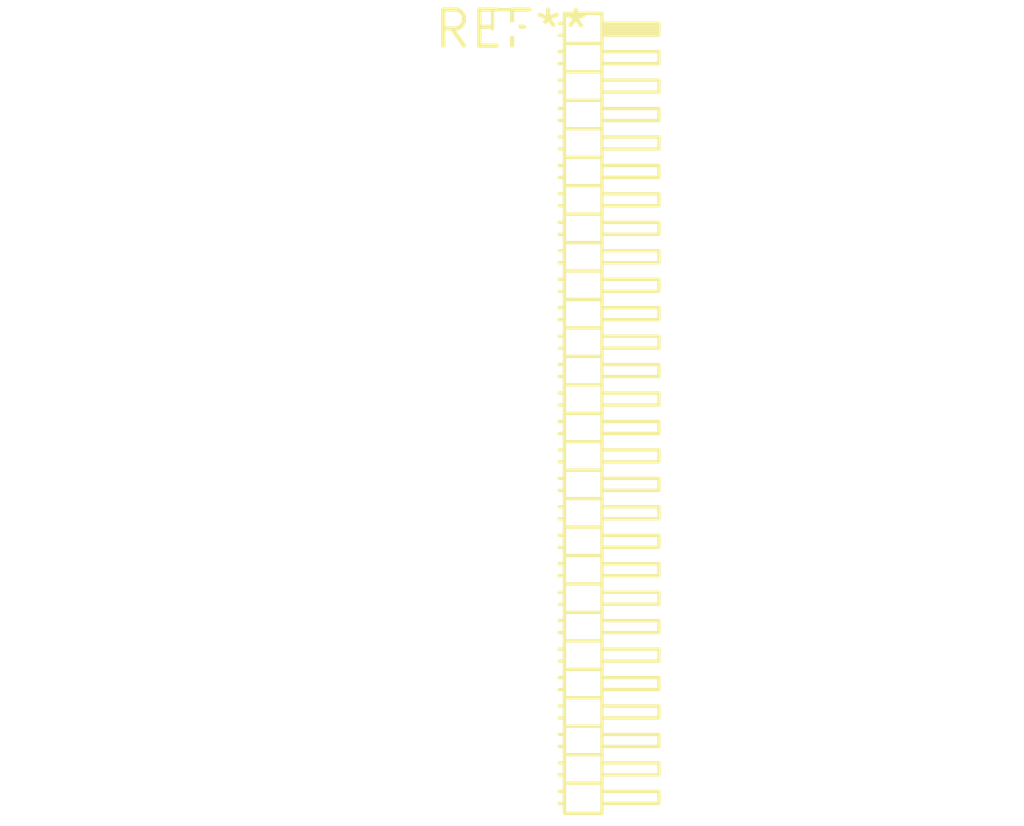
<source format=kicad_pcb>
(kicad_pcb (version 20240108) (generator pcbnew)
  (layers (0 "F.Cu" signal) (31 "B.Cu" signal) (34 "B.Paste" user) (35 "F.Paste" user) (36 "B.SilkS" user "B.Silkscreen") (37 "F.SilkS" user "F.Silkscreen") (38 "B.Mask" user) (39 "F.Mask" user) (44 "Edge.Cuts" user))
  (net 0 "")
  (footprint "PinHeader_2x28_P1.00mm_Horizontal" (layer "F.Cu") (at 0 0)
    (property "Reference" "REF**")
    (property "Value" "PinHeader_2x28_P1.00mm_Horizontal")
    (fp_line (start -0.685 -0.685) (end 0 -0.685) (layer "F.SilkS") (stroke (width 0.12)))
    (fp_line (start -0.685 0) (end -0.685 -0.685) (layer "F.SilkS") (stroke (width 0.12)))
    (fp_line (start 1.652016 -0.21) (end 1.84 -0.21) (layer "F.SilkS") (stroke (width 0.12)))
    (fp_line (start 1.652016 0.21) (end 1.84 0.21) (layer "F.SilkS") (stroke (width 0.12)))
    (fp_line (start 1.652016 0.79) (end 1.84 0.79) (layer "F.SilkS") (stroke (width 0.12)))
    (fp_line (start 1.652016 1.21) (end 1.84 1.21) (layer "F.SilkS") (stroke (width 0.12)))
    (fp_line (start 1.652016 1.79) (end 1.84 1.79) (layer "F.SilkS") (stroke (width 0.12)))
    (fp_line (start 1.652016 2.21) (end 1.84 2.21) (layer "F.SilkS") (stroke (width 0.12)))
    (fp_line (start 1.652016 2.79) (end 1.84 2.79) (layer "F.SilkS") (stroke (width 0.12)))
    (fp_line (start 1.652016 3.21) (end 1.84 3.21) (layer "F.SilkS") (stroke (width 0.12)))
    (fp_line (start 1.652016 3.79) (end 1.84 3.79) (layer "F.SilkS") (stroke (width 0.12)))
    (fp_line (start 1.652016 4.21) (end 1.84 4.21) (layer "F.SilkS") (stroke (width 0.12)))
    (fp_line (start 1.652016 4.79) (end 1.84 4.79) (layer "F.SilkS") (stroke (width 0.12)))
    (fp_line (start 1.652016 5.21) (end 1.84 5.21) (layer "F.SilkS") (stroke (width 0.12)))
    (fp_line (start 1.652016 5.79) (end 1.84 5.79) (layer "F.SilkS") (stroke (width 0.12)))
    (fp_line (start 1.652016 6.21) (end 1.84 6.21) (layer "F.SilkS") (stroke (width 0.12)))
    (fp_line (start 1.652016 6.79) (end 1.84 6.79) (layer "F.SilkS") (stroke (width 0.12)))
    (fp_line (start 1.652016 7.21) (end 1.84 7.21) (layer "F.SilkS") (stroke (width 0.12)))
    (fp_line (start 1.652016 7.79) (end 1.84 7.79) (layer "F.SilkS") (stroke (width 0.12)))
    (fp_line (start 1.652016 8.21) (end 1.84 8.21) (layer "F.SilkS") (stroke (width 0.12)))
    (fp_line (start 1.652016 8.79) (end 1.84 8.79) (layer "F.SilkS") (stroke (width 0.12)))
    (fp_line (start 1.652016 9.21) (end 1.84 9.21) (layer "F.SilkS") (stroke (width 0.12)))
    (fp_line (start 1.652016 9.79) (end 1.84 9.79) (layer "F.SilkS") (stroke (width 0.12)))
    (fp_line (start 1.652016 10.21) (end 1.84 10.21) (layer "F.SilkS") (stroke (width 0.12)))
    (fp_line (start 1.652016 10.79) (end 1.84 10.79) (layer "F.SilkS") (stroke (width 0.12)))
    (fp_line (start 1.652016 11.21) (end 1.84 11.21) (layer "F.SilkS") (stroke (width 0.12)))
    (fp_line (start 1.652016 11.79) (end 1.84 11.79) (layer "F.SilkS") (stroke (width 0.12)))
    (fp_line (start 1.652016 12.21) (end 1.84 12.21) (layer "F.SilkS") (stroke (width 0.12)))
    (fp_line (start 1.652016 12.79) (end 1.84 12.79) (layer "F.SilkS") (stroke (width 0.12)))
    (fp_line (start 1.652016 13.21) (end 1.84 13.21) (layer "F.SilkS") (stroke (width 0.12)))
    (fp_line (start 1.652016 13.79) (end 1.84 13.79) (layer "F.SilkS") (stroke (width 0.12)))
    (fp_line (start 1.652016 14.21) (end 1.84 14.21) (layer "F.SilkS") (stroke (width 0.12)))
    (fp_line (start 1.652016 14.79) (end 1.84 14.79) (layer "F.SilkS") (stroke (width 0.12)))
    (fp_line (start 1.652016 15.21) (end 1.84 15.21) (layer "F.SilkS") (stroke (width 0.12)))
    (fp_line (start 1.652016 15.79) (end 1.84 15.79) (layer "F.SilkS") (stroke (width 0.12)))
    (fp_line (start 1.652016 16.21) (end 1.84 16.21) (layer "F.SilkS") (stroke (width 0.12)))
    (fp_line (start 1.652016 16.79) (end 1.84 16.79) (layer "F.SilkS") (stroke (width 0.12)))
    (fp_line (start 1.652016 17.21) (end 1.84 17.21) (layer "F.SilkS") (stroke (width 0.12)))
    (fp_line (start 1.652016 17.79) (end 1.84 17.79) (layer "F.SilkS") (stroke (width 0.12)))
    (fp_line (start 1.652016 18.21) (end 1.84 18.21) (layer "F.SilkS") (stroke (width 0.12)))
    (fp_line (start 1.652016 18.79) (end 1.84 18.79) (layer "F.SilkS") (stroke (width 0.12)))
    (fp_line (start 1.652016 19.21) (end 1.84 19.21) (layer "F.SilkS") (stroke (width 0.12)))
    (fp_line (start 1.652016 19.79) (end 1.84 19.79) (layer "F.SilkS") (stroke (width 0.12)))
    (fp_line (start 1.652016 20.21) (end 1.84 20.21) (layer "F.SilkS") (stroke (width 0.12)))
    (fp_line (start 1.652016 20.79) (end 1.84 20.79) (layer "F.SilkS") (stroke (width 0.12)))
    (fp_line (start 1.652016 21.21) (end 1.84 21.21) (layer "F.SilkS") (stroke (width 0.12)))
    (fp_line (start 1.652016 21.79) (end 1.84 21.79) (layer "F.SilkS") (stroke (width 0.12)))
    (fp_line (start 1.652016 22.21) (end 1.84 22.21) (layer "F.SilkS") (stroke (width 0.12)))
    (fp_line (start 1.652016 22.79) (end 1.84 22.79) (layer "F.SilkS") (stroke (width 0.12)))
    (fp_line (start 1.652016 23.21) (end 1.84 23.21) (layer "F.SilkS") (stroke (width 0.12)))
    (fp_line (start 1.652016 23.79) (end 1.84 23.79) (layer "F.SilkS") (stroke (width 0.12)))
    (fp_line (start 1.652016 24.21) (end 1.84 24.21) (layer "F.SilkS") (stroke (width 0.12)))
    (fp_line (start 1.652016 24.79) (end 1.84 24.79) (layer "F.SilkS") (stroke (width 0.12)))
    (fp_line (start 1.652016 25.21) (end 1.84 25.21) (layer "F.SilkS") (stroke (width 0.12)))
    (fp_line (start 1.652016 25.79) (end 1.84 25.79) (layer "F.SilkS") (stroke (width 0.12)))
    (fp_line (start 1.652016 26.21) (end 1.84 26.21) (layer "F.SilkS") (stroke (width 0.12)))
    (fp_line (start 1.652016 26.79) (end 1.84 26.79) (layer "F.SilkS") (stroke (width 0.12)))
    (fp_line (start 1.652016 27.21) (end 1.84 27.21) (layer "F.SilkS") (stroke (width 0.12)))
    (fp_line (start 1.84 -0.56) (end 1.84 27.56) (layer "F.SilkS") (stroke (width 0.12)))
    (fp_line (start 1.84 0.5) (end 3.16 0.5) (layer "F.SilkS") (stroke (width 0.12)))
    (fp_line (start 1.84 1.5) (end 3.16 1.5) (layer "F.SilkS") (stroke (width 0.12)))
    (fp_line (start 1.84 2.5) (end 3.16 2.5) (layer "F.SilkS") (stroke (width 0.12)))
    (fp_line (start 1.84 3.5) (end 3.16 3.5) (layer "F.SilkS") (stroke (width 0.12)))
    (fp_line (start 1.84 4.5) (end 3.16 4.5) (layer "F.SilkS") (stroke (width 0.12)))
    (fp_line (start 1.84 5.5) (end 3.16 5.5) (layer "F.SilkS") (stroke (width 0.12)))
    (fp_line (start 1.84 6.5) (end 3.16 6.5) (layer "F.SilkS") (stroke (width 0.12)))
    (fp_line (start 1.84 7.5) (end 3.16 7.5) (layer "F.SilkS") (stroke (width 0.12)))
    (fp_line (start 1.84 8.5) (end 3.16 8.5) (layer "F.SilkS") (stroke (width 0.12)))
    (fp_line (start 1.84 9.5) (end 3.16 9.5) (layer "F.SilkS") (stroke (width 0.12)))
    (fp_line (start 1.84 10.5) (end 3.16 10.5) (layer "F.SilkS") (stroke (width 0.12)))
    (fp_line (start 1.84 11.5) (end 3.16 11.5) (layer "F.SilkS") (stroke (width 0.12)))
    (fp_line (start 1.84 12.5) (end 3.16 12.5) (layer "F.SilkS") (stroke (width 0.12)))
    (fp_line (start 1.84 13.5) (end 3.16 13.5) (layer "F.SilkS") (stroke (width 0.12)))
    (fp_line (start 1.84 14.5) (end 3.16 14.5) (layer "F.SilkS") (stroke (width 0.12)))
    (fp_line (start 1.84 15.5) (end 3.16 15.5) (layer "F.SilkS") (stroke (width 0.12)))
    (fp_line (start 1.84 16.5) (end 3.16 16.5) (layer "F.SilkS") (stroke (width 0.12)))
    (fp_line (start 1.84 17.5) (end 3.16 17.5) (layer "F.SilkS") (stroke (width 0.12)))
    (fp_line (start 1.84 18.5) (end 3.16 18.5) (layer "F.SilkS") (stroke (width 0.12)))
    (fp_line (start 1.84 19.5) (end 3.16 19.5) (layer "F.SilkS") (stroke (width 0.12)))
    (fp_line (start 1.84 20.5) (end 3.16 20.5) (layer "F.SilkS") (stroke (width 0.12)))
    (fp_line (start 1.84 21.5) (end 3.16 21.5) (layer "F.SilkS") (stroke (width 0.12)))
    (fp_line (start 1.84 22.5) (end 3.16 22.5) (layer "F.SilkS") (stroke (width 0.12)))
    (fp_line (start 1.84 23.5) (end 3.16 23.5) (layer "F.SilkS") (stroke (width 0.12)))
    (fp_line (start 1.84 24.5) (end 3.16 24.5) (layer "F.SilkS") (stroke (width 0.12)))
    (fp_line (start 1.84 25.5) (end 3.16 25.5) (layer "F.SilkS") (stroke (width 0.12)))
    (fp_line (start 1.84 26.5) (end 3.16 26.5) (layer "F.SilkS") (stroke (width 0.12)))
    (fp_line (start 1.84 27.56) (end 3.16 27.56) (layer "F.SilkS") (stroke (width 0.12)))
    (fp_line (start 3.16 -0.56) (end 1.84 -0.56) (layer "F.SilkS") (stroke (width 0.12)))
    (fp_line (start 3.16 -0.21) (end 5.16 -0.21) (layer "F.SilkS") (stroke (width 0.12)))
    (fp_line (start 3.16 -0.15) (end 5.16 -0.15) (layer "F.SilkS") (stroke (width 0.12)))
    (fp_line (start 3.16 -0.03) (end 5.16 -0.03) (layer "F.SilkS") (stroke (width 0.12)))
    (fp_line (start 3.16 0.09) (end 5.16 0.09) (layer "F.SilkS") (stroke (width 0.12)))
    (fp_line (start 3.16 0.79) (end 5.16 0.79) (layer "F.SilkS") (stroke (width 0.12)))
    (fp_line (start 3.16 1.79) (end 5.16 1.79) (layer "F.SilkS") (stroke (width 0.12)))
    (fp_line (start 3.16 2.79) (end 5.16 2.79) (layer "F.SilkS") (stroke (width 0.12)))
    (fp_line (start 3.16 3.79) (end 5.16 3.79) (layer "F.SilkS") (stroke (width 0.12)))
    (fp_line (start 3.16 4.79) (end 5.16 4.79) (layer "F.SilkS") (stroke (width 0.12)))
    (fp_line (start 3.16 5.79) (end 5.16 5.79) (layer "F.SilkS") (stroke (width 0.12)))
    (fp_line (start 3.16 6.79) (end 5.16 6.79) (layer "F.SilkS") (stroke (width 0.12)))
    (fp_line (start 3.16 7.79) (end 5.16 7.79) (layer "F.SilkS") (stroke (width 0.12)))
    (fp_line (start 3.16 8.79) (end 5.16 8.79) (layer "F.SilkS") (stroke (width 0.12)))
    (fp_line (start 3.16 9.79) (end 5.16 9.79) (layer "F.SilkS") (stroke (width 0.12)))
    (fp_line (start 3.16 10.79) (end 5.16 10.79) (layer "F.SilkS") (stroke (width 0.12)))
    (fp_line (start 3.16 11.79) (end 5.16 11.79) (layer "F.SilkS") (stroke (width 0.12)))
    (fp_line (start 3.16 12.79) (end 5.16 12.79) (layer "F.SilkS") (stroke (width 0.12)))
    (fp_line (start 3.16 13.79) (end 5.16 13.79) (layer "F.SilkS") (stroke (width 0.12)))
    (fp_line (start 3.16 14.79) (end 5.16 14.79) (layer "F.SilkS") (stroke (width 0.12)))
    (fp_line (start 3.16 15.79) (end 5.16 15.79) (layer "F.SilkS") (stroke (width 0.12)))
    (fp_line (start 3.16 16.79) (end 5.16 16.79) (layer "F.SilkS") (stroke (width 0.12)))
    (fp_line (start 3.16 17.79) (end 5.16 17.79) (layer "F.SilkS") (stroke (width 0.12)))
    (fp_line (start 3.16 18.79) (end 5.16 18.79) (layer "F.SilkS") (stroke (width 0.12)))
    (fp_line (start 3.16 19.79) (end 5.16 19.79) (layer "F.SilkS") (stroke (width 0.12)))
    (fp_line (start 3.16 20.79) (end 5.16 20.79) (layer "F.SilkS") (stroke (width 0.12)))
    (fp_line (start 3.16 21.79) (end 5.16 21.79) (layer "F.SilkS") (stroke (width 0.12)))
    (fp_line (start 3.16 22.79) (end 5.16 22.79) (layer "F.SilkS") (stroke (width 0.12)))
    (fp_line (start 3.16 23.79) (end 5.16 23.79) (layer "F.SilkS") (stroke (width 0.12)))
    (fp_line (start 3.16 24.79) (end 5.16 24.79) (layer "F.SilkS") (stroke (width 0.12)))
    (fp_line (start 3.16 25.79) (end 5.16 25.79) (layer "F.SilkS") (stroke (width 0.12)))
    (fp_line (start 3.16 26.79) (end 5.16 26.79) (layer "F.SilkS") (stroke (width 0.12)))
    (fp_line (start 3.16 27.56) (end 3.16 -0.56) (layer "F.SilkS") (stroke (width 0.12)))
    (fp_line (start 5.16 -0.21) (end 5.16 0.21) (layer "F.SilkS") (stroke (width 0.12)))
    (fp_line (start 5.16 0.21) (end 3.16 0.21) (layer "F.SilkS") (stroke (width 0.12)))
    (fp_line (start 5.16 0.79) (end 5.16 1.21) (layer "F.SilkS") (stroke (width 0.12)))
    (fp_line (start 5.16 1.21) (end 3.16 1.21) (layer "F.SilkS") (stroke (width 0.12)))
    (fp_line (start 5.16 1.79) (end 5.16 2.21) (layer "F.SilkS") (stroke (width 0.12)))
    (fp_line (start 5.16 2.21) (end 3.16 2.21) (layer "F.SilkS") (stroke (width 0.12)))
    (fp_line (start 5.16 2.79) (end 5.16 3.21) (layer "F.SilkS") (stroke (width 0.12)))
    (fp_line (start 5.16 3.21) (end 3.16 3.21) (layer "F.SilkS") (stroke (width 0.12)))
    (fp_line (start 5.16 3.79) (end 5.16 4.21) (layer "F.SilkS") (stroke (width 0.12)))
    (fp_line (start 5.16 4.21) (end 3.16 4.21) (layer "F.SilkS") (stroke (width 0.12)))
    (fp_line (start 5.16 4.79) (end 5.16 5.21) (layer "F.SilkS") (stroke (width 0.12)))
    (fp_line (start 5.16 5.21) (end 3.16 5.21) (layer "F.SilkS") (stroke (width 0.12)))
    (fp_line (start 5.16 5.79) (end 5.16 6.21) (layer "F.SilkS") (stroke (width 0.12)))
    (fp_line (start 5.16 6.21) (end 3.16 6.21) (layer "F.SilkS") (stroke (width 0.12)))
    (fp_line (start 5.16 6.79) (end 5.16 7.21) (layer "F.SilkS") (stroke (width 0.12)))
    (fp_line (start 5.16 7.21) (end 3.16 7.21) (layer "F.SilkS") (stroke (width 0.12)))
    (fp_line (start 5.16 7.79) (end 5.16 8.21) (layer "F.SilkS") (stroke (width 0.12)))
    (fp_line (start 5.16 8.21) (end 3.16 8.21) (layer "F.SilkS") (stroke (width 0.12)))
    (fp_line (start 5.16 8.79) (end 5.16 9.21) (layer "F.SilkS") (stroke (width 0.12)))
    (fp_line (start 5.16 9.21) (end 3.16 9.21) (layer "F.SilkS") (stroke (width 0.12)))
    (fp_line (start 5.16 9.79) (end 5.16 10.21) (layer "F.SilkS") (stroke (width 0.12)))
    (fp_line (start 5.16 10.21) (end 3.16 10.21) (layer "F.SilkS") (stroke (width 0.12)))
    (fp_line (start 5.16 10.79) (end 5.16 11.21) (layer "F.SilkS") (stroke (width 0.12)))
    (fp_line (start 5.16 11.21) (end 3.16 11.21) (layer "F.SilkS") (stroke (width 0.12)))
    (fp_line (start 5.16 11.79) (end 5.16 12.21) (layer "F.SilkS") (stroke (width 0.12)))
    (fp_line (start 5.16 12.21) (end 3.16 12.21) (layer "F.SilkS") (stroke (width 0.12)))
    (fp_line (start 5.16 12.79) (end 5.16 13.21) (layer "F.SilkS") (stroke (width 0.12)))
    (fp_line (start 5.16 13.21) (end 3.16 13.21) (layer "F.SilkS") (stroke (width 0.12)))
    (fp_line (start 5.16 13.79) (end 5.16 14.21) (layer "F.SilkS") (stroke (width 0.12)))
    (fp_line (start 5.16 14.21) (end 3.16 14.21) (layer "F.SilkS") (stroke (width 0.12)))
    (fp_line (start 5.16 14.79) (end 5.16 15.21) (layer "F.SilkS") (stroke (width 0.12)))
    (fp_line (start 5.16 15.21) (end 3.16 15.21) (layer "F.SilkS") (stroke (width 0.12)))
    (fp_line (start 5.16 15.79) (end 5.16 16.21) (layer "F.SilkS") (stroke (width 0.12)))
    (fp_line (start 5.16 16.21) (end 3.16 16.21) (layer "F.SilkS") (stroke (width 0.12)))
    (fp_line (start 5.16 16.79) (end 5.16 17.21) (layer "F.SilkS") (stroke (width 0.12)))
    (fp_line (start 5.16 17.21) (end 3.16 17.21) (layer "F.SilkS") (stroke (width 0.12)))
    (fp_line (start 5.16 17.79) (end 5.16 18.21) (layer "F.SilkS") (stroke (width 0.12)))
    (fp_line (start 5.16 18.21) (end 3.16 18.21) (layer "F.SilkS") (stroke (width 0.12)))
    (fp_line (start 5.16 18.79) (end 5.16 19.21) (layer "F.SilkS") (stroke (width 0.12)))
    (fp_line (start 5.16 19.21) (end 3.16 19.21) (layer "F.SilkS") (stroke (width 0.12)))
    (fp_line (start 5.16 19.79) (end 5.16 20.21) (layer "F.SilkS") (stroke (width 0.12)))
    (fp_line (start 5.16 20.21) (end 3.16 20.21) (layer "F.SilkS") (stroke (width 0.12)))
    (fp_line (start 5.16 20.79) (end 5.16 21.21) (layer "F.SilkS") (stroke (width 0.12)))
    (fp_line (start 5.16 21.21) (end 3.16 21.21) (layer "F.SilkS") (stroke (width 0.12)))
    (fp_line (start 5.16 21.79) (end 5.16 22.21) (layer "F.SilkS") (stroke (width 0.12)))
    (fp_line (start 5.16 22.21) (end 3.16 22.21) (layer "F.SilkS") (stroke (width 0.12)))
    (fp_line (start 5.16 22.79) (end 5.16 23.21) (layer "F.SilkS") (stroke (width 0.12)))
    (fp_line (start 5.16 23.21) (end 3.16 23.21) (layer "F.SilkS") (stroke (width 0.12)))
    (fp_line (start 5.16 23.79) (end 5.16 24.21) (layer "F.SilkS") (stroke (width 0.12)))
    (fp_line (start 5.16 24.21) (end 3.16 24.21) (layer "F.SilkS") (stroke (width 0.12)))
    (fp_line (start 5.16 24.79) (end 5.16 25.21) (layer "F.SilkS") (stroke (width 0.12)))
    (fp_line (start 5.16 25.21) (end 3.16 25.21) (layer "F.SilkS") (stroke (width 0.12)))
    (fp_line (start 5.16 25.79) (end 5.16 26.21) (layer "F.SilkS") (stroke (width 0.12)))
    (fp_line (start 5.16 26.21) (end 3.16 26.21) (layer "F.SilkS") (stroke (width 0.12)))
    (fp_line (start 5.16 26.79) (end 5.16 27.21) (layer "F.SilkS") (stroke (width 0.12)))
    (fp_line (start 5.16 27.21) (end 3.16 27.21) (layer "F.SilkS") (stroke (width 0.12)))
    (pad "1" thru_hole rect (at 0 0) (size 0.85 0.85) (drill 0.5) (layers *.Cu *.Mask) (remove_unused_layers))
    (pad "2" thru_hole oval (at 1 0) (size 0.85 0.85) (drill 0.5) (layers *.Cu *.Mask) (remove_unused_layers))
    (pad "3" thru_hole oval (at 0 1) (size 0.85 0.85) (drill 0.5) (layers *.Cu *.Mask) (remove_unused_layers))
    (pad "4" thru_hole oval (at 1 1) (size 0.85 0.85) (drill 0.5) (layers *.Cu *.Mask) (remove_unused_layers))
    (pad "5" thru_hole oval (at 0 2) (size 0.85 0.85) (drill 0.5) (layers *.Cu *.Mask) (remove_unused_layers))
    (pad "6" thru_hole oval (at 1 2) (size 0.85 0.85) (drill 0.5) (layers *.Cu *.Mask) (remove_unused_layers))
    (pad "7" thru_hole oval (at 0 3) (size 0.85 0.85) (drill 0.5) (layers *.Cu *.Mask) (remove_unused_layers))
    (pad "8" thru_hole oval (at 1 3) (size 0.85 0.85) (drill 0.5) (layers *.Cu *.Mask) (remove_unused_layers))
    (pad "9" thru_hole oval (at 0 4) (size 0.85 0.85) (drill 0.5) (layers *.Cu *.Mask) (remove_unused_layers))
    (pad "10" thru_hole oval (at 1 4) (size 0.85 0.85) (drill 0.5) (layers *.Cu *.Mask) (remove_unused_layers))
    (pad "11" thru_hole oval (at 0 5) (size 0.85 0.85) (drill 0.5) (layers *.Cu *.Mask) (remove_unused_layers))
    (pad "12" thru_hole oval (at 1 5) (size 0.85 0.85) (drill 0.5) (layers *.Cu *.Mask) (remove_unused_layers))
    (pad "13" thru_hole oval (at 0 6) (size 0.85 0.85) (drill 0.5) (layers *.Cu *.Mask) (remove_unused_layers))
    (pad "14" thru_hole oval (at 1 6) (size 0.85 0.85) (drill 0.5) (layers *.Cu *.Mask) (remove_unused_layers))
    (pad "15" thru_hole oval (at 0 7) (size 0.85 0.85) (drill 0.5) (layers *.Cu *.Mask) (remove_unused_layers))
    (pad "16" thru_hole oval (at 1 7) (size 0.85 0.85) (drill 0.5) (layers *.Cu *.Mask) (remove_unused_layers))
    (pad "17" thru_hole oval (at 0 8) (size 0.85 0.85) (drill 0.5) (layers *.Cu *.Mask) (remove_unused_layers))
    (pad "18" thru_hole oval (at 1 8) (size 0.85 0.85) (drill 0.5) (layers *.Cu *.Mask) (remove_unused_layers))
    (pad "19" thru_hole oval (at 0 9) (size 0.85 0.85) (drill 0.5) (layers *.Cu *.Mask) (remove_unused_layers))
    (pad "20" thru_hole oval (at 1 9) (size 0.85 0.85) (drill 0.5) (layers *.Cu *.Mask) (remove_unused_layers))
    (pad "21" thru_hole oval (at 0 10) (size 0.85 0.85) (drill 0.5) (layers *.Cu *.Mask) (remove_unused_layers))
    (pad "22" thru_hole oval (at 1 10) (size 0.85 0.85) (drill 0.5) (layers *.Cu *.Mask) (remove_unused_layers))
    (pad "23" thru_hole oval (at 0 11) (size 0.85 0.85) (drill 0.5) (layers *.Cu *.Mask) (remove_unused_layers))
    (pad "24" thru_hole oval (at 1 11) (size 0.85 0.85) (drill 0.5) (layers *.Cu *.Mask) (remove_unused_layers))
    (pad "25" thru_hole oval (at 0 12) (size 0.85 0.85) (drill 0.5) (layers *.Cu *.Mask) (remove_unused_layers))
    (pad "26" thru_hole oval (at 1 12) (size 0.85 0.85) (drill 0.5) (layers *.Cu *.Mask) (remove_unused_layers))
    (pad "27" thru_hole oval (at 0 13) (size 0.85 0.85) (drill 0.5) (layers *.Cu *.Mask) (remove_unused_layers))
    (pad "28" thru_hole oval (at 1 13) (size 0.85 0.85) (drill 0.5) (layers *.Cu *.Mask) (remove_unused_layers))
    (pad "29" thru_hole oval (at 0 14) (size 0.85 0.85) (drill 0.5) (layers *.Cu *.Mask) (remove_unused_layers))
    (pad "30" thru_hole oval (at 1 14) (size 0.85 0.85) (drill 0.5) (layers *.Cu *.Mask) (remove_unused_layers))
    (pad "31" thru_hole oval (at 0 15) (size 0.85 0.85) (drill 0.5) (layers *.Cu *.Mask) (remove_unused_layers))
    (pad "32" thru_hole oval (at 1 15) (size 0.85 0.85) (drill 0.5) (layers *.Cu *.Mask) (remove_unused_layers))
    (pad "33" thru_hole oval (at 0 16) (size 0.85 0.85) (drill 0.5) (layers *.Cu *.Mask) (remove_unused_layers))
    (pad "34" thru_hole oval (at 1 16) (size 0.85 0.85) (drill 0.5) (layers *.Cu *.Mask) (remove_unused_layers))
    (pad "35" thru_hole oval (at 0 17) (size 0.85 0.85) (drill 0.5) (layers *.Cu *.Mask) (remove_unused_layers))
    (pad "36" thru_hole oval (at 1 17) (size 0.85 0.85) (drill 0.5) (layers *.Cu *.Mask) (remove_unused_layers))
    (pad "37" thru_hole oval (at 0 18) (size 0.85 0.85) (drill 0.5) (layers *.Cu *.Mask) (remove_unused_layers))
    (pad "38" thru_hole oval (at 1 18) (size 0.85 0.85) (drill 0.5) (layers *.Cu *.Mask) (remove_unused_layers))
    (pad "39" thru_hole oval (at 0 19) (size 0.85 0.85) (drill 0.5) (layers *.Cu *.Mask) (remove_unused_layers))
    (pad "40" thru_hole oval (at 1 19) (size 0.85 0.85) (drill 0.5) (layers *.Cu *.Mask) (remove_unused_layers))
    (pad "41" thru_hole oval (at 0 20) (size 0.85 0.85) (drill 0.5) (layers *.Cu *.Mask) (remove_unused_layers))
    (pad "42" thru_hole oval (at 1 20) (size 0.85 0.85) (drill 0.5) (layers *.Cu *.Mask) (remove_unused_layers))
    (pad "43" thru_hole oval (at 0 21) (size 0.85 0.85) (drill 0.5) (layers *.Cu *.Mask) (remove_unused_layers))
    (pad "44" thru_hole oval (at 1 21) (size 0.85 0.85) (drill 0.5) (layers *.Cu *.Mask) (remove_unused_layers))
    (pad "45" thru_hole oval (at 0 22) (size 0.85 0.85) (drill 0.5) (layers *.Cu *.Mask) (remove_unused_layers))
    (pad "46" thru_hole oval (at 1 22) (size 0.85 0.85) (drill 0.5) (layers *.Cu *.Mask) (remove_unused_layers))
    (pad "47" thru_hole oval (at 0 23) (size 0.85 0.85) (drill 0.5) (layers *.Cu *.Mask) (remove_unused_layers))
    (pad "48" thru_hole oval (at 1 23) (size 0.85 0.85) (drill 0.5) (layers *.Cu *.Mask) (remove_unused_layers))
    (pad "49" thru_hole oval (at 0 24) (size 0.85 0.85) (drill 0.5) (layers *.Cu *.Mask) (remove_unused_layers))
    (pad "50" thru_hole oval (at 1 24) (size 0.85 0.85) (drill 0.5) (layers *.Cu *.Mask) (remove_unused_layers))
    (pad "51" thru_hole oval (at 0 25) (size 0.85 0.85) (drill 0.5) (layers *.Cu *.Mask) (remove_unused_layers))
    (pad "52" thru_hole oval (at 1 25) (size 0.85 0.85) (drill 0.5) (layers *.Cu *.Mask) (remove_unused_layers))
    (pad "53" thru_hole oval (at 0 26) (size 0.85 0.85) (drill 0.5) (layers *.Cu *.Mask) (remove_unused_layers))
    (pad "54" thru_hole oval (at 1 26) (size 0.85 0.85) (drill 0.5) (layers *.Cu *.Mask) (remove_unused_layers))
    (pad "55" thru_hole oval (at 0 27) (size 0.85 0.85) (drill 0.5) (layers *.Cu *.Mask) (remove_unused_layers))
    (pad "56" thru_hole oval (at 1 27) (size 0.85 0.85) (drill 0.5) (layers *.Cu *.Mask) (remove_unused_layers))
  )
)
</source>
